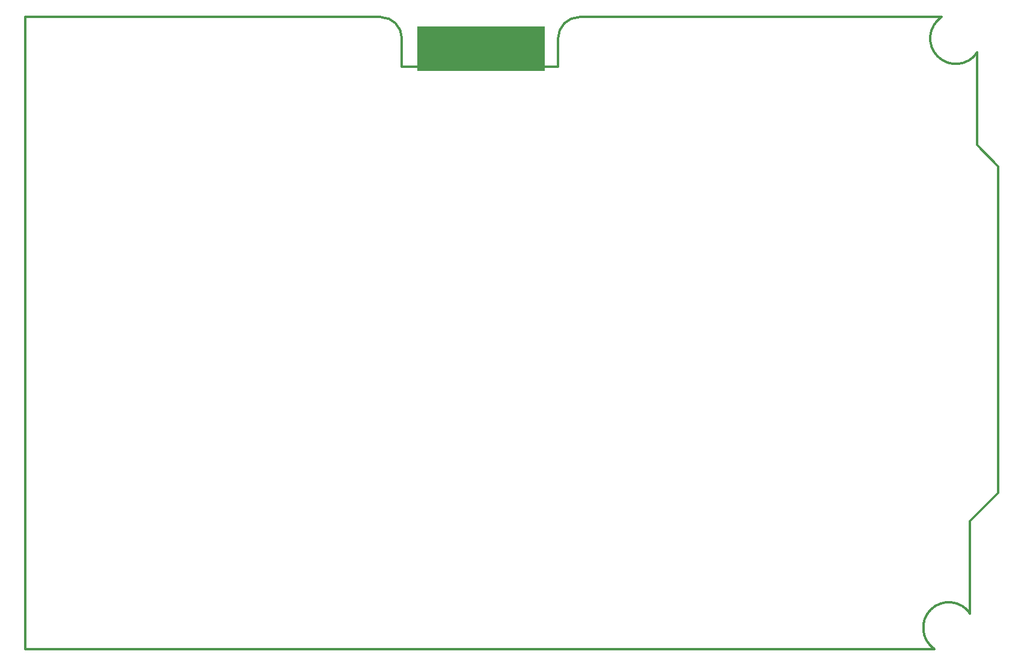
<source format=gko>
G04*
G04 #@! TF.GenerationSoftware,Altium Limited,Altium Designer,23.0.1 (38)*
G04*
G04 Layer_Color=16711935*
%FSLAX44Y44*%
%MOMM*%
G71*
G04*
G04 #@! TF.SameCoordinates,FF995E5F-5184-4AEF-B54D-418CE73C624A*
G04*
G04*
G04 #@! TF.FilePolarity,Positive*
G04*
G01*
G75*
%ADD19C,0.3000*%
G36*
X731650Y813900D02*
X551650D01*
Y876900D01*
X731650D01*
Y813900D01*
D02*
G37*
D19*
X780000Y890000D02*
G03*
X750000Y860000I0J-30000D01*
G01*
X530000D02*
G03*
X500000Y890000I-30000J-0D01*
G01*
X1290000Y890000D02*
G03*
X1340000Y840000I20000J-30000D01*
G01*
X1330127Y49746D02*
G03*
X1280127Y-254I-30000J-20000D01*
G01*
X780000Y890000D02*
X1290000D01*
X750000Y820000D02*
Y860000D01*
X530000Y820000D02*
Y860000D01*
X0Y890000D02*
X500000D01*
X1340127Y709746D02*
X1370012Y679861D01*
X1370012Y219631D01*
X-0Y890000D02*
X0Y0D01*
X1280000D01*
X1340000Y710000D02*
Y840000D01*
X1330127Y49746D02*
Y179746D01*
X1370012Y219631D01*
X530000Y820000D02*
X750000D01*
M02*

</source>
